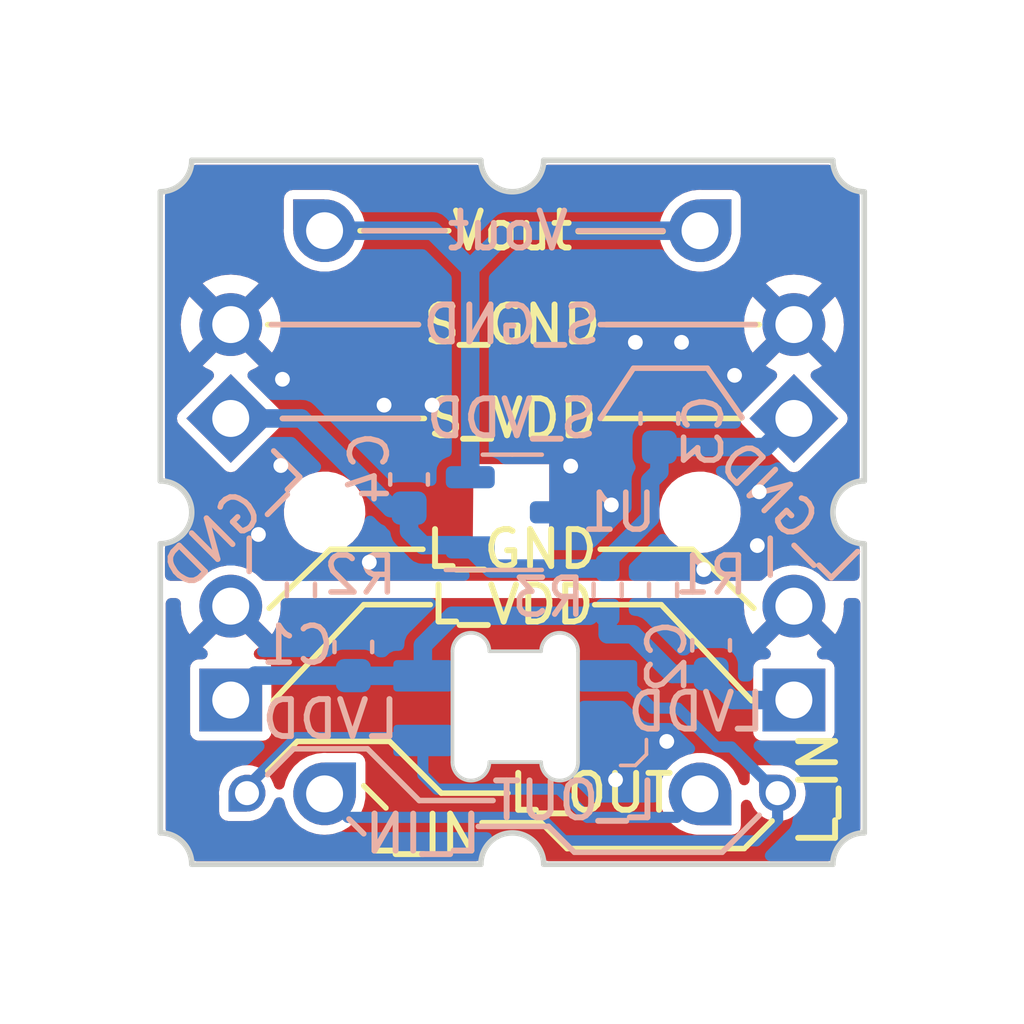
<source format=kicad_pcb>
(kicad_pcb (version 20221018) (generator pcbnew)
  (layers (0 "F.Cu" power) (31 "B.Cu" mixed) (34 "B.Paste" user) (35 "F.Paste" user) (36 "B.SilkS" user "B.Silkscreen") (37 "F.SilkS" user "F.Silkscreen") (38 "B.Mask" user) (39 "F.Mask" user) (44 "Edge.Cuts" user))
  (net 0 "")
  (net 1 "GNDA")
  (net 2 "VDDA")
  (net 3 "GNDD")
  (net 4 "VDD")
  (net 5 "LED_IN")
  (net 6 "LED_OUT")
  (net 7 "Vout")
  (footprint "Button_Switch_Keyboard:SW_Lekker_MX_1.00u_PCB" (layer "F.Cu") (at 109.22 101.6 180)
    (fp_text reference "SW" hide)
    (fp_text value "SW_Lekker_MX_1.00u_PCB")
    (pad "" np_thru_hole circle (at -5.08 0 180) (size 1.7 1.7) (drill 1.7) (layers "*.Cu" "*.Mask"))
    (pad "" np_thru_hole circle (at 5.08 0 180) (size 1.7 1.7) (drill 1.7) (layers "*.Cu" "*.Mask"))
  )
  (footprint "Resistor_SMD:R_0402_1005Metric_Pad0.72x0.64mm_HandSolder" (layer "B.Cu") (at 103.5 103.7 90)
    (fp_text reference "R2" (at 0.4 1.6) (layer "B.SilkS") (effects (justify mirror)))
    (fp_text value "R")
    (fp_line (start -0.167621 -0.38) (end 0.167621 -0.38) (stroke (width 0.12)) (layer "B.SilkS"))
    (fp_line (start -0.167621 0.38) (end 0.167621 0.38) (stroke (width 0.12)) (layer "B.SilkS"))
    (pad "1" smd roundrect (at -0.5975 0 90) (size 0.715 0.64) (layers "B.Cu" "B.Paste" "B.Mask") (net 3 "GNDD"))
    (pad "2" smd roundrect (at 0.5975 0 90) (size 0.715 0.64) (layers "B.Cu" "B.Paste" "B.Mask") (net 1 "GNDA"))
  )
  (footprint "Connector_PinHeader_2.54mm:PinHeader_1x01_P2.54mm_Vertical" (layer "B.Cu") (at 114.3 93.98 90)
    (fp_text reference "J9" hide)
    (fp_text value "Conn_01x01_Pin")
    (pad "1" thru_hole custom (at 0 0 90) (size 1.7 1.7) (drill 1) (layers "*.Cu" "*.Mask") (net 7 "Vout") (options (clearance outline) (anchor circle)) (primitives (gr_poly (pts (xy 0.85 0) (xy 0 0.85) (xy 0.85 0.85)) (width 0) (fill yes))))
  )
  (footprint "Connector_PinHeader_2.54mm:PinHeader_1x01_P2.54mm_Vertical" (layer "B.Cu") (at 116.84 99.06 180)
    (fp_text reference "J6" hide)
    (fp_text value "Conn_01x01_Pin")
    (pad "1" thru_hole rect (at 0 0 135) (size 1.7 1.7) (drill 1) (layers "*.Cu" "*.Mask") (net 2 "VDDA"))
  )
  (footprint "Connector_PinHeader_2.54mm:PinHeader_1x01_P2.54mm_Vertical" (layer "B.Cu") (at 101.6 106.68 180)
    (fp_text reference "J2" hide)
    (fp_text value "Conn_01x01_Pin")
    (pad "1" thru_hole rect (at 0 0 180) (size 1.7 1.7) (drill 1) (layers "*.Cu" "*.Mask") (net 4 "VDD"))
  )
  (footprint "Resistor_SMD:R_0402_1005Metric_Pad0.72x0.64mm_HandSolder" (layer "B.Cu") (at 113.3 103.7 90)
    (fp_text reference "R1" (at 0.4 1.3) (layer "B.SilkS") (effects (justify mirror)))
    (fp_text value "R")
    (fp_line (start -0.167621 -0.38) (end 0.167621 -0.38) (stroke (width 0.12)) (layer "B.SilkS"))
    (fp_line (start -0.167621 0.38) (end 0.167621 0.38) (stroke (width 0.12)) (layer "B.SilkS"))
    (pad "1" smd roundrect (at -0.5975 0 90) (size 0.715 0.64) (layers "B.Cu" "B.Paste" "B.Mask") (net 3 "GNDD"))
    (pad "2" smd roundrect (at 0.5975 0 90) (size 0.715 0.64) (layers "B.Cu" "B.Paste" "B.Mask") (net 1 "GNDA"))
  )
  (footprint "Resistor_SMD:R_0402_1005Metric_Pad0.72x0.64mm_HandSolder" (layer "B.Cu") (at 111.8 103.7 90)
    (fp_text reference "R3" (at -0.2 -1.6) (layer "B.SilkS") (effects (justify mirror)))
    (fp_text value "R")
    (fp_line (start -0.167621 -0.38) (end 0.167621 -0.38) (stroke (width 0.12)) (layer "B.SilkS"))
    (fp_line (start -0.167621 0.38) (end 0.167621 0.38) (stroke (width 0.12)) (layer "B.SilkS"))
    (pad "1" smd roundrect (at -0.5975 0 90) (size 0.715 0.64) (layers "B.Cu" "B.Paste" "B.Mask") (net 4 "VDD"))
    (pad "2" smd roundrect (at 0.5975 0 90) (size 0.715 0.64) (layers "B.Cu" "B.Paste" "B.Mask") (net 2 "VDDA"))
  )
  (footprint "Connector_PinHeader_2.54mm:PinHeader_1x01_P2.54mm_Vertical" (layer "B.Cu") (at 101.6 104.14 180)
    (fp_text reference "J8" hide)
    (fp_text value "Conn_01x01_Pin")
    (pad "1" thru_hole circle (at 0 0 180) (size 1.7 1.7) (drill 1) (layers "*.Cu" "*.Mask") (net 3 "GNDD"))
  )
  (footprint "Connector_PinHeader_2.54mm:PinHeader_1x01_P2.54mm_Vertical" (layer "B.Cu") (at 114.3 109.22 180)
    (fp_text reference "J12" hide)
    (fp_text value "Conn_01x01_Pin")
    (pad "1" thru_hole custom (at 0 0 180) (size 1.7 1.7) (drill 1) (layers "*.Cu" "*.Mask") (net 6 "LED_OUT") (options (clearance outline) (anchor circle)) (primitives (gr_poly (pts (xy -0.85 0) (xy 0 -0.85) (xy -0.85 -0.85)) (width 0) (fill yes))))
  )
  (footprint "Capacitor_SMD:C_0603_1608Metric" (layer "B.Cu") (at 113.2 99.06 -90)
    (fp_text reference "C3" (at 0.34 -1.2 90) (layer "B.SilkS") (effects (justify mirror)))
    (fp_text value "10u")
    (fp_line (start -0.14058 -0.51) (end 0.14058 -0.51) (stroke (width 0.12)) (layer "B.SilkS"))
    (fp_line (start -0.14058 0.51) (end 0.14058 0.51) (stroke (width 0.12)) (layer "B.SilkS"))
    (pad "1" smd roundrect (at -0.775 0 270) (size 0.9 0.95) (layers "B.Cu" "B.Paste" "B.Mask") (net 1 "GNDA"))
    (pad "2" smd roundrect (at 0.775 0 270) (size 0.9 0.95) (layers "B.Cu" "B.Paste" "B.Mask") (net 2 "VDDA"))
  )
  (footprint "Connector_PinHeader_2.54mm:PinHeader_1x01_P2.54mm_Vertical" (layer "B.Cu") (at 101.6 96.52 180)
    (fp_text reference "J3" hide)
    (fp_text value "Conn_01x01_Pin")
    (pad "1" thru_hole circle (at 0 0 180) (size 1.7 1.7) (drill 1) (layers "*.Cu" "*.Mask") (net 1 "GNDA"))
  )
  (footprint "Connector_PinHeader_2.54mm:PinHeader_1x01_P2.54mm_Vertical" (layer "B.Cu") (at 101.6 99.06 180)
    (fp_text reference "J5" hide)
    (fp_text value "Conn_01x01_Pin")
    (pad "1" thru_hole rect (at 0 0 135) (size 1.7 1.7) (drill 1) (layers "*.Cu" "*.Mask") (net 2 "VDDA"))
  )
  (footprint "Connector_PinHeader_2.54mm:PinHeader_1x01_P2.54mm_Vertical" (layer "B.Cu") (at 116.84 106.68 180)
    (fp_text reference "J1" hide)
    (fp_text value "Conn_01x01_Pin")
    (pad "1" thru_hole rect (at 0 0 180) (size 1.7 1.7) (drill 1) (layers "*.Cu" "*.Mask") (net 4 "VDD"))
  )
  (footprint "prettylib:SK6812_mini_e_flipable" (layer "B.Cu") (at 109.3 106.9)
    (fp_text reference "D1" hide)
    (fp_text value "SK6812MINI-E")
    (fp_line (start 3.25 1.55) (end 2.85 1.55) (stroke (width 0.1)) (layer "B.SilkS"))
    (fp_line (start 3.25 1.55) (end 3.55 1.25) (stroke (width 0.1)) (layer "B.SilkS"))
    (fp_line (start 3.55 1.25) (end 3.55 0.85) (stroke (width 0.1)) (layer "B.SilkS"))
    (fp_line (start -1.7 1.46) (end -1.7 -1.54) (stroke (width 0.1)) (layer "Edge.Cuts"))
    (fp_line (start -0.7 -1.54) (end 0.7 -1.54) (stroke (width 0.1)) (layer "Edge.Cuts"))
    (fp_line (start -0.7 1.46) (end 0.7 1.46) (stroke (width 0.1)) (layer "Edge.Cuts"))
    (fp_line (start 1.7 -1.54) (end 1.7 1.46) (stroke (width 0.1)) (layer "Edge.Cuts"))
    (fp_arc (start -1.7 -1.54) (mid -1.2 -2.04) (end -0.7 -1.54) (stroke (width 0.1)) (layer "Edge.Cuts"))
    (fp_arc (start -0.7 1.46) (mid -1.2 1.96) (end -1.7 1.46) (stroke (width 0.1)) (layer "Edge.Cuts"))
    (fp_arc (start 0.7 -1.54) (mid 1.2 -2.04) (end 1.7 -1.54) (stroke (width 0.1)) (layer "Edge.Cuts"))
    (fp_arc (start 1.7 1.46) (mid 1.2 1.96) (end 0.7 1.46) (stroke (width 0.1)) (layer "Edge.Cuts"))
    (pad "1" smd roundrect (at -2.5 -0.875) (size 1.6 0.85) (layers "B.Cu" "B.Paste" "B.Mask") (roundrect_rratio 0.1176470588) (net 4 "VDD"))
    (pad "2" smd roundrect (at -2.5 0.875 180) (size 1.6 0.85) (layers "B.Cu" "B.Paste" "B.Mask") (roundrect_rratio 0.1176470588) (net 6 "LED_OUT"))
    (pad "3" smd roundrect (at 2.5 0.875 180) (size 1.6 0.85) (layers "B.Cu" "B.Paste" "B.Mask") (roundrect_rratio 0.1176470588) (net 3 "GNDD"))
    (pad "4" smd roundrect (at 2.5 -0.875) (size 1.6 0.85) (layers "B.Cu" "B.Paste" "B.Mask") (roundrect_rratio 0.1176470588) (net 5 "LED_IN"))
  )
  (footprint "Package_TO_SOT_SMD:SOT-23-3" (layer "B.Cu") (at 109.22 101.6)
    (fp_text reference "U1" (at 2.88 0) (layer "B.SilkS") (effects (justify mirror)))
    (fp_text value "SLSS49E")
    (fp_line (start 0 -1.56) (end -0.8 -1.56) (stroke (width 0.12)) (layer "B.SilkS"))
    (fp_line (start 0 -1.56) (end 0.8 -1.56) (stroke (width 0.12)) (layer "B.SilkS"))
    (fp_line (start 0 1.56) (end -1.8 1.56) (stroke (width 0.12)) (layer "B.SilkS"))
    (fp_line (start 0 1.56) (end 0.8 1.56) (stroke (width 0.12)) (layer "B.SilkS"))
    (pad "1" smd roundrect (at -1.1375 0.95) (size 1.325 0.6) (layers "B.Cu" "B.Paste" "B.Mask") (net 2 "VDDA"))
    (pad "2" smd roundrect (at -1.1375 -0.95) (size 1.325 0.6) (layers "B.Cu" "B.Paste" "B.Mask") (net 7 "Vout"))
    (pad "3" smd roundrect (at 1.1375 0) (size 1.325 0.6) (layers "B.Cu" "B.Paste" "B.Mask") (net 1 "GNDA"))
  )
  (footprint "Connector_PinHeader_2.54mm:PinHeader_1x01_P2.54mm_Vertical" (layer "B.Cu") (at 104.14 93.98 180)
    (fp_text reference "J10" hide)
    (fp_text value "Conn_01x01_Pin")
    (pad "1" thru_hole custom (at 0 0 180) (size 1.7 1.7) (drill 1) (layers "*.Cu" "*.Mask") (net 7 "Vout") (options (clearance outline) (anchor circle)) (primitives (gr_poly (pts (xy 0.85 0) (xy 0 0.85) (xy 0.85 0.85)) (width 0) (fill yes))))
  )
  (footprint "Connector_PinHeader_2.54mm:PinHeader_1x01_P2.54mm_Vertical" (layer "B.Cu") (at 116.84 104.14 180)
    (fp_text reference "J7" hide)
    (fp_text value "Conn_01x01_Pin")
    (pad "1" thru_hole circle (at 0 0 180) (size 1.7 1.7) (drill 1) (layers "*.Cu" "*.Mask") (net 3 "GNDD"))
  )
  (footprint "Connector_PinHeader_2.54mm:PinHeader_1x01_P2.54mm_Vertical" (layer "B.Cu") (at 104.14 109.22 90)
    (fp_text reference "J14" hide)
    (fp_text value "Conn_01x01_Pin")
    (pad "1" thru_hole custom (at 0 0 90) (size 1.7 1.7) (drill 1) (layers "*.Cu" "*.Mask") (net 5 "LED_IN") (options (clearance outline) (anchor circle)) (primitives (gr_poly (pts (xy 0.85 0) (xy 0 0.85) (xy 0.85 0.85)) (width 0) (fill yes))))
  )
  (footprint "Connector_PinHeader_1.27mm:PinHeader_1x01_P1.27mm_Vertical" (layer "B.Cu") (at 102.04 109.2 180)
    (fp_text reference "J11" hide)
    (fp_text value "Conn_01x01_Pin")
    (pad "1" thru_hole custom (at 0 0 180) (size 1 1) (drill 0.65) (layers "*.Cu" "*.Mask") (net 6 "LED_OUT") (options (clearance outline) (anchor circle)) (primitives (gr_poly (pts (xy 0.5 0) (xy 0 -0.5) (xy 0.5 -0.5)) (width 0) (fill yes))))
  )
  (footprint "Capacitor_SMD:C_0603_1608Metric" (layer "B.Cu") (at 114.6 105.2 -90)
    (fp_text reference "C2" (at 0.3 1.2 90) (layer "B.SilkS") (effects (justify mirror)))
    (fp_text value "10u")
    (fp_line (start -0.14058 -0.51) (end 0.14058 -0.51) (stroke (width 0.12)) (layer "B.SilkS"))
    (fp_line (start -0.14058 0.51) (end 0.14058 0.51) (stroke (width 0.12)) (layer "B.SilkS"))
    (pad "1" smd roundrect (at -0.775 0 270) (size 0.9 0.95) (layers "B.Cu" "B.Paste" "B.Mask") (net 3 "GNDD"))
    (pad "2" smd roundrect (at 0.775 0 270) (size 0.9 0.95) (layers "B.Cu" "B.Paste" "B.Mask") (net 4 "VDD"))
  )
  (footprint "Capacitor_SMD:C_0603_1608Metric" (layer "B.Cu") (at 106.426 100.711 -90)
    (fp_text reference "C4" (at -0.311 1.07 90) (layer "B.SilkS") (effects (justify mirror)))
    (fp_text value "100n")
    (fp_line (start -0.14058 -0.51) (end 0.14058 -0.51) (stroke (width 0.12)) (layer "B.SilkS"))
    (fp_line (start -0.14058 0.51) (end 0.14058 0.51) (stroke (width 0.12)) (layer "B.SilkS"))
    (pad "1" smd roundrect (at -0.775 0 270) (size 0.9 0.95) (layers "B.Cu" "B.Paste" "B.Mask") (net 1 "GNDA"))
    (pad "2" smd roundrect (at 0.775 0 270) (size 0.9 0.95) (layers "B.Cu" "B.Paste" "B.Mask") (net 2 "VDDA"))
  )
  (footprint "Capacitor_SMD:C_0603_1608Metric" (layer "B.Cu") (at 104.917511 105.243635 -90)
    (fp_text reference "C1" (at -0.043635 1.517511 -180) (layer "B.SilkS") (effects (justify mirror)))
    (fp_text value "100n")
    (fp_line (start -0.14058 -0.51) (end 0.14058 -0.51) (stroke (width 0.12)) (layer "B.SilkS"))
    (fp_line (start -0.14058 0.51) (end 0.14058 0.51) (stroke (width 0.12)) (layer "B.SilkS"))
    (pad "1" smd roundrect (at -0.775 0 270) (size 0.9 0.95) (layers "B.Cu" "B.Paste" "B.Mask") (net 3 "GNDD"))
    (pad "2" smd roundrect (at 0.775 0 270) (size 0.9 0.95) (layers "B.Cu" "B.Paste" "B.Mask") (net 4 "VDD"))
  )
  (footprint "Connector_PinHeader_1.27mm:PinHeader_1x01_P1.27mm_Vertical" (layer "B.Cu") (at 116.4 109.2 180)
    (fp_text reference "J13" hide)
    (fp_text value "Conn_01x01_Pin")
    (pad "1" thru_hole custom (at 0 0 180) (size 1 1) (drill 0.65) (layers "*.Cu" "*.Mask") (net 5 "LED_IN") (options (clearance outline) (anchor circle)) (primitives (gr_poly (pts (xy 0.5 0) (xy 0 0.5) (xy 0.5 0.5)) (width 0) (fill yes))))
  )
  (footprint "Connector_PinHeader_2.54mm:PinHeader_1x01_P2.54mm_Vertical" (layer "B.Cu") (at 116.84 96.52 180)
    (fp_text reference "J4" hide)
    (fp_text value "Conn_01x01_Pin")
    (pad "1" thru_hole circle (at 0 0 180) (size 1.7 1.7) (drill 1) (layers "*.Cu" "*.Mask") (net 1 "GNDA"))
  )
  (gr_line (start 105.2 93.98) (end 107.4 93.98) (stroke (width 0.15)) (layer "B.SilkS"))
  (gr_line (start 114.9 110.8) (end 115.9 109.8) (stroke (width 0.15)) (layer "B.SilkS"))
  (gr_line (start 110.2 110.1) (end 110.9 110.8) (stroke (width 0.15)) (layer "B.SilkS"))
  (gr_line (start 112.5 97.7) (end 114.5 97.7) (stroke (width 0.15)) (layer "B.SilkS"))
  (gr_line (start 111.6 96.52) (end 115.8 96.52) (stroke (width 0.15)) (layer "B.SilkS"))
  (gr_line (start 106.7 109.4) (end 105.3 108) (stroke (width 0.15)) (layer "B.SilkS"))
  (gr_line (start 106.68 99.06) (end 103 99.06) (stroke (width 0.15)) (layer "B.SilkS"))
  (gr_line (start 105.2 110.3) (end 104.8 109.9) (stroke (width 0.15)) (layer "B.SilkS"))
  (gr_line (start 110.9 110.8) (end 114.9 110.8) (stroke (width 0.15)) (layer "B.SilkS"))
  (gr_line (start 116.2 103.3) (end 116.2 102.3) (stroke (width 0.15)) (layer "B.SilkS"))
  (gr_line (start 106.68 96.52) (end 102.7 96.52) (stroke (width 0.15)) (layer "B.SilkS"))
  (gr_line (start 103.3 108) (end 102.6 108.7) (stroke (width 0.15)) (layer "B.SilkS"))
  (gr_line (start 105.3 108) (end 103.3 108) (stroke (width 0.15)) (layer "B.SilkS"))
  (gr_line (start 102.1 103.2) (end 102.1 102.3) (stroke (width 0.15)) (layer "B.SilkS"))
  (gr_line (start 114.5 97.7) (end 115.4375 99.0375) (stroke (width 0.15)) (layer "B.SilkS"))
  (gr_line (start 108.7 109.4) (end 106.7 109.4) (stroke (width 0.15)) (layer "B.SilkS"))
  (gr_line (start 108.3 110.1) (end 110.2 110.1) (stroke (width 0.15)) (layer "B.SilkS"))
  (gr_line (start 111.6 99.06) (end 112.5 97.7) (stroke (width 0.15)) (layer "B.SilkS"))
  (gr_line (start 113.3 93.98) (end 111 93.98) (stroke (width 0.15)) (layer "B.SilkS"))
  (gr_line (start 115.4 99.06) (end 111.66 99.06) (stroke (width 0.15)) (layer "F.SilkS"))
  (gr_line (start 106.84 99.06) (end 103 99.06) (stroke (width 0.15)) (layer "F.SilkS"))
  (gr_line (start 106.8 102.6) (end 104.3 102.6) (stroke (width 0.15)) (layer "F.SilkS"))
  (gr_line (start 110.7 110.7) (end 115.5 110.7) (stroke (width 0.15)) (layer "F.SilkS"))
  (gr_line (start 115.55 110.65) (end 116.25 109.95) (stroke (width 0.15)) (layer "F.SilkS"))
  (gr_line (start 105.2 104.1) (end 102.75 106.7) (stroke (width 0.15)) (layer "F.SilkS"))
  (gr_line (start 113.25 104.1) (end 115.7 106.7) (stroke (width 0.15)) (layer "F.SilkS"))
  (gr_line (start 114.1 102.6) (end 115.757424 104.196916) (stroke (width 0.15)) (layer "F.SilkS"))
  (gr_line (start 110 110) (end 108.4 110) (stroke (width 0.15)) (layer "F.SilkS"))
  (gr_line (start 106.68 96.52) (end 102.6 96.52) (stroke (width 0.15)) (layer "F.SilkS"))
  (gr_line (start 107.5 93.98) (end 105.1 93.98) (stroke (width 0.15)) (layer "F.SilkS"))
  (gr_line (start 107.3 109.2) (end 105.9 107.8) (stroke (width 0.15)) (layer "F.SilkS"))
  (gr_line (start 103.4 107.8) (end 102.6 108.6) (stroke (width 0.15)) (layer "F.SilkS"))
  (gr_line (start 105.2 104.1) (end 107 104.1) (stroke (width 0.15)) (layer "F.SilkS"))
  (gr_line (start 107.3 109.2) (end 109.1 109.2) (stroke (width 0.15)) (layer "F.SilkS"))
  (gr_line (start 111.45 104.1) (end 113.25 104.1) (stroke (width 0.15)) (layer "F.SilkS"))
  (gr_line (start 105.8 109.6) (end 105.2 109) (stroke (width 0.15)) (layer "F.SilkS"))
  (gr_line (start 111 94) (end 113.3 94) (stroke (width 0.15)) (layer "F.SilkS"))
  (gr_line (start 105.9 107.8) (end 103.4 107.8) (stroke (width 0.15)) (layer "F.SilkS"))
  (gr_line (start 104.3 102.6) (end 102.642576 104.196916) (stroke (width 0.15)) (layer "F.SilkS"))
  (gr_line (start 111.76 96.52) (end 115.9 96.52) (stroke (width 0.15)) (layer "F.SilkS"))
  (gr_line (start 110.7 110.7) (end 110 110) (stroke (width 0.15)) (layer "F.SilkS"))
  (gr_line (start 111.6 102.6) (end 114.1 102.6) (stroke (width 0.15)) (layer "F.SilkS"))
  (gr_arc (start 110.07 92.075) (mid 109.22 92.925) (end 108.37 92.075) (stroke (width 0.15)) (layer "Edge.Cuts"))
  (gr_line (start 110.07 92.075) (end 117.895 92.075) (stroke (width 0.15)) (layer "Edge.Cuts"))
  (gr_arc (start 100.545 92.075) (mid 100.296041 92.676041) (end 99.695 92.925) (stroke (width 0.15)) (layer "Edge.Cuts"))
  (gr_arc (start 117.895 111.125) (mid 118.143959 110.523959) (end 118.745 110.275) (stroke (width 0.15)) (layer "Edge.Cuts"))
  (gr_arc (start 118.745 102.45) (mid 117.895 101.6) (end 118.745 100.75) (stroke (width 0.15)) (layer "Edge.Cuts"))
  (gr_line (start 100.545 92.075) (end 108.37 92.075) (stroke (width 0.15)) (layer "Edge.Cuts"))
  (gr_line (start 99.695 92.925) (end 99.695 100.75) (stroke (width 0.15)) (layer "Edge.Cuts"))
  (gr_line (start 108.37 111.125) (end 100.545 111.125) (stroke (width 0.15)) (layer "Edge.Cuts"))
  (gr_line (start 118.745 102.45) (end 118.745 110.275) (stroke (width 0.15)) (layer "Edge.Cuts"))
  (gr_line (start 118.745 92.925) (end 118.745 100.75) (stroke (width 0.15)) (layer "Edge.Cuts"))
  (gr_line (start 99.695 102.45) (end 99.695 110.275) (stroke (width 0.15)) (layer "Edge.Cuts"))
  (gr_arc (start 99.695 100.75) (mid 100.545 101.6) (end 99.695 102.45) (stroke (width 0.15)) (layer "Edge.Cuts"))
  (gr_line (start 117.895 111.125) (end 110.07 111.125) (stroke (width 0.15)) (layer "Edge.Cuts"))
  (gr_arc (start 108.37 111.125) (mid 109.22 110.275) (end 110.07 111.125) (stroke (width 0.15)) (layer "Edge.Cuts"))
  (gr_arc (start 99.695 110.275) (mid 100.296041 110.523959) (end 100.545 111.125) (stroke (width 0.15)) (layer "Edge.Cuts"))
  (gr_arc (start 118.745 92.925) (mid 118.143959 92.676041) (end 117.895 92.075) (stroke (width 0.15)) (layer "Edge.Cuts"))
  (gr_text "LVDD" (at 114.2 107) (layer "B.SilkS") (effects (font (size 1 1) (thickness 0.16)) (justify mirror)))
  (gr_text "S_GND\n" (at 109.2 96.52) (layer "B.SilkS") (effects (font (size 1 1) (thickness 0.16)) (justify mirror)))
  (gr_text "Vout" (at 109.1 93.98) (layer "B.SilkS") (effects (font (size 1 1) (thickness 0.16)) (justify mirror)))
  (gr_text "L_OUT" (at 110.9 109.4) (layer "B.SilkS") (effects (font (size 1 1) (thickness 0.16)) (justify mirror)))
  (gr_text "L_IN" (at 106.8 110.3) (layer "B.SilkS") (effects (font (size 1 1) (thickness 0.16)) (justify mirror)))
  (gr_text "L_GND\n" (at 118 103.7 -45) (layer "B.SilkS") (effects (font (size 1 1)) (justify left bottom mirror)))
  (gr_text "S_VDD\n" (at 109.2 99.06) (layer "B.SilkS") (effects (font (size 1 1) (thickness 0.16)) (justify mirror)))
  (gr_text "L_GND\n" (at 103.8 100.5 45) (layer "B.SilkS") (effects (font (size 1 1)) (justify left bottom mirror)))
  (gr_text "LVDD" (at 104.3 107.2) (layer "B.SilkS") (effects (font (size 1 1) (thickness 0.16)) (justify mirror)))
  (gr_text "S_GND\n" (at 109.22 96.52) (layer "F.SilkS") (effects (font (size 1 1) (thickness 0.16))))
  (gr_text "L_VDD" (at 109.2 104.1) (layer "F.SilkS") (effects (font (size 1 1) (thickness 0.16))))
  (gr_text "L_GND" (at 109.2 102.6) (layer "F.SilkS") (effects (font (size 1 1) (thickness 0.16))))
  (gr_text "L_IN" (at 117.5 109.1 90) (layer "F.SilkS") (effects (font (size 1 1) (thickness 0.16))))
  (gr_text "L_OUT" (at 111.35662 109.196219) (layer "F.SilkS") (effects (font (size 1 1) (thickness 0.16))))
  (gr_text "L_IN" (at 106.8 110.3) (layer "F.SilkS") (effects (font (size 1 1) (thickness 0.16))))
  (gr_text "Vout" (at 109.22 93.98) (layer "F.SilkS") (effects (font (size 1 1) (thickness 0.16))))
  (gr_text "S_VDD\n" (at 109.22 99.06) (layer "F.SilkS") (effects (font (size 1 1) (thickness 0.16))))
  (via (at 102.955369 100.333902) (size 0.8) (drill 0.4) (layers "F.Cu" "B.Cu") (net 1))
  (via (at 115.234759 97.893346) (size 0.8) (drill 0.4) (layers "F.Cu" "B.Cu") (net 1))
  (via (at 112.55 97) (size 0.8) (drill 0.4) (layers "F.Cu" "B.Cu") (net 1))
  (via (at 114.4 103.15) (size 0.8) (drill 0.4) (layers "F.Cu" "B.Cu") (net 1))
  (via (at 105.35 102.95) (size 0.8) (drill 0.4) (layers "F.Cu" "B.Cu") (net 1))
  (via (at 102.35 102.2) (size 0.8) (drill 0.4) (layers "F.Cu" "B.Cu") (net 1))
  (via (at 103 98) (size 0.8) (drill 0.4) (layers "F.Cu" "B.Cu") (net 1))
  (via (at 111.9 101.4) (size 0.8) (drill 0.4) (layers "F.Cu" "B.Cu") (net 1))
  (via (at 113.8 97) (size 0.8) (drill 0.4) (layers "F.Cu" "B.Cu") (net 1))
  (via (at 105.75 98.7) (size 0.8) (drill 0.4) (layers "F.Cu" "B.Cu") (net 1))
  (via (at 107.05 98.7) (size 0.8) (drill 0.4) (layers "F.Cu" "B.Cu") (net 1))
  (via (at 115.85 102.5) (size 0.8) (drill 0.4) (layers "F.Cu" "B.Cu") (net 1))
  (via (at 110.8 100.35) (size 0.8) (drill 0.4) (layers "F.Cu" "B.Cu") (net 1))
  (via (at 115.902356 101.045275) (size 0.8) (drill 0.4) (layers "F.Cu" "B.Cu") (net 1))
  (segment (start 113.2 100.5) (end 112.95 100.75) (width 0.5) (layer "B.Cu") (net 2))
  (segment (start 108.0825 102.55) (end 108.6565 103.124) (width 0.5) (layer "B.Cu") (net 2))
  (segment (start 105.935188 101.486) (end 106.426 101.486) (width 0.5) (layer "B.Cu") (net 2))
  (segment (start 106.426 102.108) (end 106.807 102.489) (width 0.5) (layer "B.Cu") (net 2))
  (segment (start 106.807 102.489) (end 108.0215 102.489) (width 0.5) (layer "B.Cu") (net 2))
  (segment (start 108.0215 102.489) (end 108.0825 102.55) (width 0.5) (layer "B.Cu") (net 2))
  (segment (start 106.426 101.486) (end 106.426 102.108) (width 0.5) (layer "B.Cu") (net 2))
  (segment (start 103.509188 99.06) (end 105.935188 101.486) (width 0.5) (layer "B.Cu") (net 2))
  (segment (start 113.2 99.835) (end 113.2 100.5) (width 0.5) (layer "B.Cu") (net 2))
  (segment (start 116.065 99.835) (end 116.84 99.06) (width 0.5) (layer "B.Cu") (net 2))
  (segment (start 111.8 102.9) (end 111.8 103.1025) (width 0.5) (layer "B.Cu") (net 2))
  (segment (start 113.2 99.835) (end 116.065 99.835) (width 0.5) (layer "B.Cu") (net 2))
  (segment (start 108.6565 103.124) (end 111.7785 103.124) (width 0.5) (layer "B.Cu") (net 2))
  (segment (start 112.95 100.75) (end 112.95 101.75) (width 0.5) (layer "B.Cu") (net 2))
  (segment (start 101.6 99.06) (end 103.509188 99.06) (width 0.5) (layer "B.Cu") (net 2))
  (segment (start 112.95 101.75) (end 111.8 102.9) (width 0.5) (layer "B.Cu") (net 2))
  (segment (start 111.7785 103.124) (end 111.8 103.1025) (width 0.5) (layer "B.Cu") (net 2))
  (via (at 113.4 107.8) (size 0.8) (drill 0.4) (layers "F.Cu" "B.Cu") (net 3))
  (via (at 112.014 108.839) (size 0.8) (drill 0.4) (layers "F.Cu" "B.Cu") (net 3))
  (segment (start 111.8 104.2975) (end 111.4025 104.2975) (width 0.5) (layer "B.Cu") (net 4))
  (segment (start 104.917511 106.018635) (end 102.261365 106.018635) (width 0.5) (layer "B.Cu") (net 4))
  (segment (start 113.552817 105.975) (end 114.6 105.975) (width 0.5) (layer "B.Cu") (net 4))
  (segment (start 111.4025 104.2975) (end 111.3 104.4) (width 0.5) (layer "B.Cu") (net 4))
  (segment (start 104.923876 106.025) (end 104.917511 106.018635) (width 0.5) (layer "B.Cu") (net 4))
  (segment (start 115.186 106.68) (end 114.681 106.175) (width 0.5) (layer "B.Cu") (net 4))
  (segment (start 111.8 104.9) (end 112.477817 104.9) (width 0.5) (layer "B.Cu") (net 4))
  (segment (start 106.8 106.025) (end 106.8 105.2) (width 0.5) (layer "B.Cu") (net 4))
  (segment (start 111.8 104.2975) (end 111.8 104.9) (width 0.5) (layer "B.Cu") (net 4))
  (segment (start 102.261365 106.018635) (end 101.6 106.68) (width 0.5) (layer "B.Cu") (net 4))
  (segment (start 107.6 104.4) (end 111.3 104.4) (width 0.5) (layer "B.Cu") (net 4))
  (segment (start 106.8 105.2) (end 107.6 104.4) (width 0.5) (layer "B.Cu") (net 4))
  (segment (start 106.8 106.025) (end 104.923876 106.025) (width 0.5) (layer "B.Cu") (net 4))
  (segment (start 116.84 106.68) (end 115.186 106.68) (width 0.5) (layer "B.Cu") (net 4))
  (segment (start 112.477817 104.9) (end 113.552817 105.975) (width 0.5) (layer "B.Cu") (net 4))
  (segment (start 113.7 106.9) (end 113 106.9) (width 0.3) (layer "B.Cu") (net 5))
  (segment (start 116.4 109.2) (end 115.15 107.95) (width 0.3) (layer "B.Cu") (net 5))
  (segment (start 110.617 110.49) (end 115.824 110.49) (width 0.3) (layer "B.Cu") (net 5))
  (segment (start 104.14 109.22) (end 104.775 109.855) (width 0.3) (layer "B.Cu") (net 5))
  (segment (start 113 106.9) (end 112.125 106.025) (width 0.3) (layer "B.Cu") (net 5))
  (segment (start 114.75 107.95) (end 113.7 106.9) (width 0.3) (layer "B.Cu") (net 5))
  (segment (start 109.982 109.855) (end 110.617 110.49) (width 0.3) (layer "B.Cu") (net 5))
  (segment (start 115.15 107.95) (end 114.75 107.95) (width 0.3) (layer "B.Cu") (net 5))
  (segment (start 115.824 110.49) (end 116.4 109.914) (width 0.3) (layer "B.Cu") (net 5))
  (segment (start 104.775 109.855) (end 109.982 109.855) (width 0.3) (layer "B.Cu") (net 5))
  (segment (start 112.125 106.025) (end 111.8 106.025) (width 0.3) (layer "B.Cu") (net 5))
  (segment (start 116.4 109.914) (end 116.4 109.2) (width 0.3) (layer "B.Cu") (net 5))
  (segment (start 113.665 109.855) (end 114.3 109.22) (width 0.3) (layer "B.Cu") (net 6))
  (segment (start 111.252 109.855) (end 113.665 109.855) (width 0.3) (layer "B.Cu") (net 6))
  (segment (start 102.04 109.034) (end 103.378 107.696) (width 0.3) (layer "B.Cu") (net 6))
  (segment (start 106.8 107.775) (end 106.8 108.705) (width 0.3) (layer "B.Cu") (net 6))
  (segment (start 106.8 108.705) (end 107.188 109.093) (width 0.3) (layer "B.Cu") (net 6))
  (segment (start 107.188 109.093) (end 110.49 109.093) (width 0.3) (layer "B.Cu") (net 6))
  (segment (start 103.378 107.696) (end 106.721 107.696) (width 0.3) (layer "B.Cu") (net 6))
  (segment (start 102.04 109.2) (end 102.04 109.034) (width 0.3) (layer "B.Cu") (net 6))
  (segment (start 110.49 109.093) (end 111.252 109.855) (width 0.3) (layer "B.Cu") (net 6))
  (segment (start 106.721 107.696) (end 106.8 107.775) (width 0.3) (layer "B.Cu") (net 6))
  (segment (start 108.0825 95.0015) (end 107.061 93.98) (width 0.5) (layer "B.Cu") (net 7))
  (segment (start 108.0825 100.65) (end 108.0825 95.0015) (width 0.5) (layer "B.Cu") (net 7))
  (segment (start 109.093 93.98) (end 114.3 93.98) (width 0.5) (layer "B.Cu") (net 7))
  (segment (start 108.0825 95.0015) (end 108.0825 94.9905) (width 0.5) (layer "B.Cu") (net 7))
  (segment (start 108.0825 94.9905) (end 109.093 93.98) (width 0.5) (layer "B.Cu") (net 7))
  (segment (start 107.061 93.98) (end 104.14 93.98) (width 0.5) (layer "B.Cu") (net 7))
  (zone (net 0) (net_name "") (layers "F&B.Cu") (connect_pads (clearance 0)) (min_thickness 0.25)
    (keepout (tracks allowed) (vias not_allowed) (pads allowed) (copperpour not_allowed) (footprints allowed))
    (fill (thermal_gap 0.5) (thermal_bridge_width 0.5))
    (polygon (pts (xy 108.17 100.296567) (xy 108.145 102.946567) (xy 110.22 102.921567) (xy 110.22 100.296567)))
  )
  (zone (net 3) (net_name "GNDD") (layers "F&B.Cu") (priority 2) (connect_pads thru_hole_only (clearance 0.25)) (min_thickness 0.3) (fill yes (thermal_gap 0.5) (thermal_bridge_width 0.5))
    (polygon (pts (xy 99.84 103.920567) (xy 99.84 111.039567) (xy 118.64 111.039567) (xy 118.64 103.920567)))
  )
  (zone (net 1) (net_name "GNDA") (layers "F&B.Cu") (connect_pads thru_hole_only (clearance 0.25)) (min_thickness 0.3) (fill yes (thermal_gap 0.5) (thermal_bridge_width 0.5))
    (polygon (pts (xy 99.82 92.194567) (xy 118.62 92.194567) (xy 118.62 103.453567) (xy 99.82 103.453567)))
  )
)
</source>
